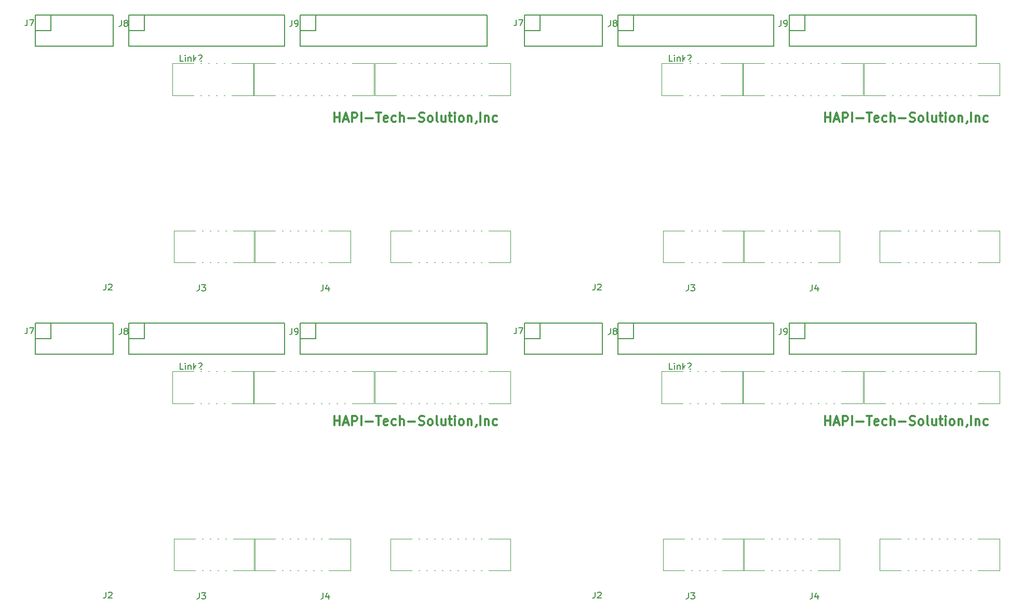
<source format=gto>
G04 #@! TF.FileFunction,Legend,Top*
%FSLAX46Y46*%
G04 Gerber Fmt 4.6, Leading zero omitted, Abs format (unit mm)*
G04 Created by KiCad (PCBNEW (after 2015-mar-04 BZR unknown)-product) date 2015年08月13日木曜日 20:06:45*
%MOMM*%
G01*
G04 APERTURE LIST*
%ADD10C,0.100000*%
%ADD11C,0.300000*%
%ADD12C,0.050000*%
%ADD13C,0.150000*%
%ADD14R,1.050000X2.550000*%
%ADD15R,2.127200X2.127200*%
%ADD16O,2.127200X2.127200*%
G04 APERTURE END LIST*
D10*
D11*
X51555714Y32341429D02*
X51555714Y33841429D01*
X51555714Y33127143D02*
X52412857Y33127143D01*
X52412857Y32341429D02*
X52412857Y33841429D01*
X53055714Y32770000D02*
X53770000Y32770000D01*
X52912857Y32341429D02*
X53412857Y33841429D01*
X53912857Y32341429D01*
X54412857Y32341429D02*
X54412857Y33841429D01*
X54984285Y33841429D01*
X55127143Y33770000D01*
X55198571Y33698571D01*
X55270000Y33555714D01*
X55270000Y33341429D01*
X55198571Y33198571D01*
X55127143Y33127143D01*
X54984285Y33055714D01*
X54412857Y33055714D01*
X55912857Y32341429D02*
X55912857Y33841429D01*
X56627143Y32912857D02*
X57770000Y32912857D01*
X58270000Y33841429D02*
X59127143Y33841429D01*
X58698572Y32341429D02*
X58698572Y33841429D01*
X60198571Y32412857D02*
X60055714Y32341429D01*
X59770000Y32341429D01*
X59627143Y32412857D01*
X59555714Y32555714D01*
X59555714Y33127143D01*
X59627143Y33270000D01*
X59770000Y33341429D01*
X60055714Y33341429D01*
X60198571Y33270000D01*
X60270000Y33127143D01*
X60270000Y32984286D01*
X59555714Y32841429D01*
X61555714Y32412857D02*
X61412857Y32341429D01*
X61127143Y32341429D01*
X60984285Y32412857D01*
X60912857Y32484286D01*
X60841428Y32627143D01*
X60841428Y33055714D01*
X60912857Y33198571D01*
X60984285Y33270000D01*
X61127143Y33341429D01*
X61412857Y33341429D01*
X61555714Y33270000D01*
X62198571Y32341429D02*
X62198571Y33841429D01*
X62841428Y32341429D02*
X62841428Y33127143D01*
X62769999Y33270000D01*
X62627142Y33341429D01*
X62412857Y33341429D01*
X62269999Y33270000D01*
X62198571Y33198571D01*
X63555714Y32912857D02*
X64698571Y32912857D01*
X65341428Y32412857D02*
X65555714Y32341429D01*
X65912857Y32341429D01*
X66055714Y32412857D01*
X66127143Y32484286D01*
X66198571Y32627143D01*
X66198571Y32770000D01*
X66127143Y32912857D01*
X66055714Y32984286D01*
X65912857Y33055714D01*
X65627143Y33127143D01*
X65484285Y33198571D01*
X65412857Y33270000D01*
X65341428Y33412857D01*
X65341428Y33555714D01*
X65412857Y33698571D01*
X65484285Y33770000D01*
X65627143Y33841429D01*
X65984285Y33841429D01*
X66198571Y33770000D01*
X67055714Y32341429D02*
X66912856Y32412857D01*
X66841428Y32484286D01*
X66769999Y32627143D01*
X66769999Y33055714D01*
X66841428Y33198571D01*
X66912856Y33270000D01*
X67055714Y33341429D01*
X67269999Y33341429D01*
X67412856Y33270000D01*
X67484285Y33198571D01*
X67555714Y33055714D01*
X67555714Y32627143D01*
X67484285Y32484286D01*
X67412856Y32412857D01*
X67269999Y32341429D01*
X67055714Y32341429D01*
X68412857Y32341429D02*
X68269999Y32412857D01*
X68198571Y32555714D01*
X68198571Y33841429D01*
X69627142Y33341429D02*
X69627142Y32341429D01*
X68984285Y33341429D02*
X68984285Y32555714D01*
X69055713Y32412857D01*
X69198571Y32341429D01*
X69412856Y32341429D01*
X69555713Y32412857D01*
X69627142Y32484286D01*
X70127142Y33341429D02*
X70698571Y33341429D01*
X70341428Y33841429D02*
X70341428Y32555714D01*
X70412856Y32412857D01*
X70555714Y32341429D01*
X70698571Y32341429D01*
X71198571Y32341429D02*
X71198571Y33341429D01*
X71198571Y33841429D02*
X71127142Y33770000D01*
X71198571Y33698571D01*
X71269999Y33770000D01*
X71198571Y33841429D01*
X71198571Y33698571D01*
X72127143Y32341429D02*
X71984285Y32412857D01*
X71912857Y32484286D01*
X71841428Y32627143D01*
X71841428Y33055714D01*
X71912857Y33198571D01*
X71984285Y33270000D01*
X72127143Y33341429D01*
X72341428Y33341429D01*
X72484285Y33270000D01*
X72555714Y33198571D01*
X72627143Y33055714D01*
X72627143Y32627143D01*
X72555714Y32484286D01*
X72484285Y32412857D01*
X72341428Y32341429D01*
X72127143Y32341429D01*
X73270000Y33341429D02*
X73270000Y32341429D01*
X73270000Y33198571D02*
X73341428Y33270000D01*
X73484286Y33341429D01*
X73698571Y33341429D01*
X73841428Y33270000D01*
X73912857Y33127143D01*
X73912857Y32341429D01*
X74698571Y32412857D02*
X74698571Y32341429D01*
X74627143Y32198571D01*
X74555714Y32127143D01*
X75341429Y32341429D02*
X75341429Y33841429D01*
X76055715Y33341429D02*
X76055715Y32341429D01*
X76055715Y33198571D02*
X76127143Y33270000D01*
X76270001Y33341429D01*
X76484286Y33341429D01*
X76627143Y33270000D01*
X76698572Y33127143D01*
X76698572Y32341429D01*
X78055715Y32412857D02*
X77912858Y32341429D01*
X77627144Y32341429D01*
X77484286Y32412857D01*
X77412858Y32484286D01*
X77341429Y32627143D01*
X77341429Y33055714D01*
X77412858Y33198571D01*
X77484286Y33270000D01*
X77627144Y33341429D01*
X77912858Y33341429D01*
X78055715Y33270000D01*
X131565714Y32341429D02*
X131565714Y33841429D01*
X131565714Y33127143D02*
X132422857Y33127143D01*
X132422857Y32341429D02*
X132422857Y33841429D01*
X133065714Y32770000D02*
X133780000Y32770000D01*
X132922857Y32341429D02*
X133422857Y33841429D01*
X133922857Y32341429D01*
X134422857Y32341429D02*
X134422857Y33841429D01*
X134994285Y33841429D01*
X135137143Y33770000D01*
X135208571Y33698571D01*
X135280000Y33555714D01*
X135280000Y33341429D01*
X135208571Y33198571D01*
X135137143Y33127143D01*
X134994285Y33055714D01*
X134422857Y33055714D01*
X135922857Y32341429D02*
X135922857Y33841429D01*
X136637143Y32912857D02*
X137780000Y32912857D01*
X138280000Y33841429D02*
X139137143Y33841429D01*
X138708572Y32341429D02*
X138708572Y33841429D01*
X140208571Y32412857D02*
X140065714Y32341429D01*
X139780000Y32341429D01*
X139637143Y32412857D01*
X139565714Y32555714D01*
X139565714Y33127143D01*
X139637143Y33270000D01*
X139780000Y33341429D01*
X140065714Y33341429D01*
X140208571Y33270000D01*
X140280000Y33127143D01*
X140280000Y32984286D01*
X139565714Y32841429D01*
X141565714Y32412857D02*
X141422857Y32341429D01*
X141137143Y32341429D01*
X140994285Y32412857D01*
X140922857Y32484286D01*
X140851428Y32627143D01*
X140851428Y33055714D01*
X140922857Y33198571D01*
X140994285Y33270000D01*
X141137143Y33341429D01*
X141422857Y33341429D01*
X141565714Y33270000D01*
X142208571Y32341429D02*
X142208571Y33841429D01*
X142851428Y32341429D02*
X142851428Y33127143D01*
X142779999Y33270000D01*
X142637142Y33341429D01*
X142422857Y33341429D01*
X142279999Y33270000D01*
X142208571Y33198571D01*
X143565714Y32912857D02*
X144708571Y32912857D01*
X145351428Y32412857D02*
X145565714Y32341429D01*
X145922857Y32341429D01*
X146065714Y32412857D01*
X146137143Y32484286D01*
X146208571Y32627143D01*
X146208571Y32770000D01*
X146137143Y32912857D01*
X146065714Y32984286D01*
X145922857Y33055714D01*
X145637143Y33127143D01*
X145494285Y33198571D01*
X145422857Y33270000D01*
X145351428Y33412857D01*
X145351428Y33555714D01*
X145422857Y33698571D01*
X145494285Y33770000D01*
X145637143Y33841429D01*
X145994285Y33841429D01*
X146208571Y33770000D01*
X147065714Y32341429D02*
X146922856Y32412857D01*
X146851428Y32484286D01*
X146779999Y32627143D01*
X146779999Y33055714D01*
X146851428Y33198571D01*
X146922856Y33270000D01*
X147065714Y33341429D01*
X147279999Y33341429D01*
X147422856Y33270000D01*
X147494285Y33198571D01*
X147565714Y33055714D01*
X147565714Y32627143D01*
X147494285Y32484286D01*
X147422856Y32412857D01*
X147279999Y32341429D01*
X147065714Y32341429D01*
X148422857Y32341429D02*
X148279999Y32412857D01*
X148208571Y32555714D01*
X148208571Y33841429D01*
X149637142Y33341429D02*
X149637142Y32341429D01*
X148994285Y33341429D02*
X148994285Y32555714D01*
X149065713Y32412857D01*
X149208571Y32341429D01*
X149422856Y32341429D01*
X149565713Y32412857D01*
X149637142Y32484286D01*
X150137142Y33341429D02*
X150708571Y33341429D01*
X150351428Y33841429D02*
X150351428Y32555714D01*
X150422856Y32412857D01*
X150565714Y32341429D01*
X150708571Y32341429D01*
X151208571Y32341429D02*
X151208571Y33341429D01*
X151208571Y33841429D02*
X151137142Y33770000D01*
X151208571Y33698571D01*
X151279999Y33770000D01*
X151208571Y33841429D01*
X151208571Y33698571D01*
X152137143Y32341429D02*
X151994285Y32412857D01*
X151922857Y32484286D01*
X151851428Y32627143D01*
X151851428Y33055714D01*
X151922857Y33198571D01*
X151994285Y33270000D01*
X152137143Y33341429D01*
X152351428Y33341429D01*
X152494285Y33270000D01*
X152565714Y33198571D01*
X152637143Y33055714D01*
X152637143Y32627143D01*
X152565714Y32484286D01*
X152494285Y32412857D01*
X152351428Y32341429D01*
X152137143Y32341429D01*
X153280000Y33341429D02*
X153280000Y32341429D01*
X153280000Y33198571D02*
X153351428Y33270000D01*
X153494286Y33341429D01*
X153708571Y33341429D01*
X153851428Y33270000D01*
X153922857Y33127143D01*
X153922857Y32341429D01*
X154708571Y32412857D02*
X154708571Y32341429D01*
X154637143Y32198571D01*
X154565714Y32127143D01*
X155351429Y32341429D02*
X155351429Y33841429D01*
X156065715Y33341429D02*
X156065715Y32341429D01*
X156065715Y33198571D02*
X156137143Y33270000D01*
X156280001Y33341429D01*
X156494286Y33341429D01*
X156637143Y33270000D01*
X156708572Y33127143D01*
X156708572Y32341429D01*
X158065715Y32412857D02*
X157922858Y32341429D01*
X157637144Y32341429D01*
X157494286Y32412857D01*
X157422858Y32484286D01*
X157351429Y32627143D01*
X157351429Y33055714D01*
X157422858Y33198571D01*
X157494286Y33270000D01*
X157637144Y33341429D01*
X157922858Y33341429D01*
X158065715Y33270000D01*
X131565714Y81871429D02*
X131565714Y83371429D01*
X131565714Y82657143D02*
X132422857Y82657143D01*
X132422857Y81871429D02*
X132422857Y83371429D01*
X133065714Y82300000D02*
X133780000Y82300000D01*
X132922857Y81871429D02*
X133422857Y83371429D01*
X133922857Y81871429D01*
X134422857Y81871429D02*
X134422857Y83371429D01*
X134994285Y83371429D01*
X135137143Y83300000D01*
X135208571Y83228571D01*
X135280000Y83085714D01*
X135280000Y82871429D01*
X135208571Y82728571D01*
X135137143Y82657143D01*
X134994285Y82585714D01*
X134422857Y82585714D01*
X135922857Y81871429D02*
X135922857Y83371429D01*
X136637143Y82442857D02*
X137780000Y82442857D01*
X138280000Y83371429D02*
X139137143Y83371429D01*
X138708572Y81871429D02*
X138708572Y83371429D01*
X140208571Y81942857D02*
X140065714Y81871429D01*
X139780000Y81871429D01*
X139637143Y81942857D01*
X139565714Y82085714D01*
X139565714Y82657143D01*
X139637143Y82800000D01*
X139780000Y82871429D01*
X140065714Y82871429D01*
X140208571Y82800000D01*
X140280000Y82657143D01*
X140280000Y82514286D01*
X139565714Y82371429D01*
X141565714Y81942857D02*
X141422857Y81871429D01*
X141137143Y81871429D01*
X140994285Y81942857D01*
X140922857Y82014286D01*
X140851428Y82157143D01*
X140851428Y82585714D01*
X140922857Y82728571D01*
X140994285Y82800000D01*
X141137143Y82871429D01*
X141422857Y82871429D01*
X141565714Y82800000D01*
X142208571Y81871429D02*
X142208571Y83371429D01*
X142851428Y81871429D02*
X142851428Y82657143D01*
X142779999Y82800000D01*
X142637142Y82871429D01*
X142422857Y82871429D01*
X142279999Y82800000D01*
X142208571Y82728571D01*
X143565714Y82442857D02*
X144708571Y82442857D01*
X145351428Y81942857D02*
X145565714Y81871429D01*
X145922857Y81871429D01*
X146065714Y81942857D01*
X146137143Y82014286D01*
X146208571Y82157143D01*
X146208571Y82300000D01*
X146137143Y82442857D01*
X146065714Y82514286D01*
X145922857Y82585714D01*
X145637143Y82657143D01*
X145494285Y82728571D01*
X145422857Y82800000D01*
X145351428Y82942857D01*
X145351428Y83085714D01*
X145422857Y83228571D01*
X145494285Y83300000D01*
X145637143Y83371429D01*
X145994285Y83371429D01*
X146208571Y83300000D01*
X147065714Y81871429D02*
X146922856Y81942857D01*
X146851428Y82014286D01*
X146779999Y82157143D01*
X146779999Y82585714D01*
X146851428Y82728571D01*
X146922856Y82800000D01*
X147065714Y82871429D01*
X147279999Y82871429D01*
X147422856Y82800000D01*
X147494285Y82728571D01*
X147565714Y82585714D01*
X147565714Y82157143D01*
X147494285Y82014286D01*
X147422856Y81942857D01*
X147279999Y81871429D01*
X147065714Y81871429D01*
X148422857Y81871429D02*
X148279999Y81942857D01*
X148208571Y82085714D01*
X148208571Y83371429D01*
X149637142Y82871429D02*
X149637142Y81871429D01*
X148994285Y82871429D02*
X148994285Y82085714D01*
X149065713Y81942857D01*
X149208571Y81871429D01*
X149422856Y81871429D01*
X149565713Y81942857D01*
X149637142Y82014286D01*
X150137142Y82871429D02*
X150708571Y82871429D01*
X150351428Y83371429D02*
X150351428Y82085714D01*
X150422856Y81942857D01*
X150565714Y81871429D01*
X150708571Y81871429D01*
X151208571Y81871429D02*
X151208571Y82871429D01*
X151208571Y83371429D02*
X151137142Y83300000D01*
X151208571Y83228571D01*
X151279999Y83300000D01*
X151208571Y83371429D01*
X151208571Y83228571D01*
X152137143Y81871429D02*
X151994285Y81942857D01*
X151922857Y82014286D01*
X151851428Y82157143D01*
X151851428Y82585714D01*
X151922857Y82728571D01*
X151994285Y82800000D01*
X152137143Y82871429D01*
X152351428Y82871429D01*
X152494285Y82800000D01*
X152565714Y82728571D01*
X152637143Y82585714D01*
X152637143Y82157143D01*
X152565714Y82014286D01*
X152494285Y81942857D01*
X152351428Y81871429D01*
X152137143Y81871429D01*
X153280000Y82871429D02*
X153280000Y81871429D01*
X153280000Y82728571D02*
X153351428Y82800000D01*
X153494286Y82871429D01*
X153708571Y82871429D01*
X153851428Y82800000D01*
X153922857Y82657143D01*
X153922857Y81871429D01*
X154708571Y81942857D02*
X154708571Y81871429D01*
X154637143Y81728571D01*
X154565714Y81657143D01*
X155351429Y81871429D02*
X155351429Y83371429D01*
X156065715Y82871429D02*
X156065715Y81871429D01*
X156065715Y82728571D02*
X156137143Y82800000D01*
X156280001Y82871429D01*
X156494286Y82871429D01*
X156637143Y82800000D01*
X156708572Y82657143D01*
X156708572Y81871429D01*
X158065715Y81942857D02*
X157922858Y81871429D01*
X157637144Y81871429D01*
X157494286Y81942857D01*
X157422858Y82014286D01*
X157351429Y82157143D01*
X157351429Y82585714D01*
X157422858Y82728571D01*
X157494286Y82800000D01*
X157637144Y82871429D01*
X157922858Y82871429D01*
X158065715Y82800000D01*
X51555714Y81871429D02*
X51555714Y83371429D01*
X51555714Y82657143D02*
X52412857Y82657143D01*
X52412857Y81871429D02*
X52412857Y83371429D01*
X53055714Y82300000D02*
X53770000Y82300000D01*
X52912857Y81871429D02*
X53412857Y83371429D01*
X53912857Y81871429D01*
X54412857Y81871429D02*
X54412857Y83371429D01*
X54984285Y83371429D01*
X55127143Y83300000D01*
X55198571Y83228571D01*
X55270000Y83085714D01*
X55270000Y82871429D01*
X55198571Y82728571D01*
X55127143Y82657143D01*
X54984285Y82585714D01*
X54412857Y82585714D01*
X55912857Y81871429D02*
X55912857Y83371429D01*
X56627143Y82442857D02*
X57770000Y82442857D01*
X58270000Y83371429D02*
X59127143Y83371429D01*
X58698572Y81871429D02*
X58698572Y83371429D01*
X60198571Y81942857D02*
X60055714Y81871429D01*
X59770000Y81871429D01*
X59627143Y81942857D01*
X59555714Y82085714D01*
X59555714Y82657143D01*
X59627143Y82800000D01*
X59770000Y82871429D01*
X60055714Y82871429D01*
X60198571Y82800000D01*
X60270000Y82657143D01*
X60270000Y82514286D01*
X59555714Y82371429D01*
X61555714Y81942857D02*
X61412857Y81871429D01*
X61127143Y81871429D01*
X60984285Y81942857D01*
X60912857Y82014286D01*
X60841428Y82157143D01*
X60841428Y82585714D01*
X60912857Y82728571D01*
X60984285Y82800000D01*
X61127143Y82871429D01*
X61412857Y82871429D01*
X61555714Y82800000D01*
X62198571Y81871429D02*
X62198571Y83371429D01*
X62841428Y81871429D02*
X62841428Y82657143D01*
X62769999Y82800000D01*
X62627142Y82871429D01*
X62412857Y82871429D01*
X62269999Y82800000D01*
X62198571Y82728571D01*
X63555714Y82442857D02*
X64698571Y82442857D01*
X65341428Y81942857D02*
X65555714Y81871429D01*
X65912857Y81871429D01*
X66055714Y81942857D01*
X66127143Y82014286D01*
X66198571Y82157143D01*
X66198571Y82300000D01*
X66127143Y82442857D01*
X66055714Y82514286D01*
X65912857Y82585714D01*
X65627143Y82657143D01*
X65484285Y82728571D01*
X65412857Y82800000D01*
X65341428Y82942857D01*
X65341428Y83085714D01*
X65412857Y83228571D01*
X65484285Y83300000D01*
X65627143Y83371429D01*
X65984285Y83371429D01*
X66198571Y83300000D01*
X67055714Y81871429D02*
X66912856Y81942857D01*
X66841428Y82014286D01*
X66769999Y82157143D01*
X66769999Y82585714D01*
X66841428Y82728571D01*
X66912856Y82800000D01*
X67055714Y82871429D01*
X67269999Y82871429D01*
X67412856Y82800000D01*
X67484285Y82728571D01*
X67555714Y82585714D01*
X67555714Y82157143D01*
X67484285Y82014286D01*
X67412856Y81942857D01*
X67269999Y81871429D01*
X67055714Y81871429D01*
X68412857Y81871429D02*
X68269999Y81942857D01*
X68198571Y82085714D01*
X68198571Y83371429D01*
X69627142Y82871429D02*
X69627142Y81871429D01*
X68984285Y82871429D02*
X68984285Y82085714D01*
X69055713Y81942857D01*
X69198571Y81871429D01*
X69412856Y81871429D01*
X69555713Y81942857D01*
X69627142Y82014286D01*
X70127142Y82871429D02*
X70698571Y82871429D01*
X70341428Y83371429D02*
X70341428Y82085714D01*
X70412856Y81942857D01*
X70555714Y81871429D01*
X70698571Y81871429D01*
X71198571Y81871429D02*
X71198571Y82871429D01*
X71198571Y83371429D02*
X71127142Y83300000D01*
X71198571Y83228571D01*
X71269999Y83300000D01*
X71198571Y83371429D01*
X71198571Y83228571D01*
X72127143Y81871429D02*
X71984285Y81942857D01*
X71912857Y82014286D01*
X71841428Y82157143D01*
X71841428Y82585714D01*
X71912857Y82728571D01*
X71984285Y82800000D01*
X72127143Y82871429D01*
X72341428Y82871429D01*
X72484285Y82800000D01*
X72555714Y82728571D01*
X72627143Y82585714D01*
X72627143Y82157143D01*
X72555714Y82014286D01*
X72484285Y81942857D01*
X72341428Y81871429D01*
X72127143Y81871429D01*
X73270000Y82871429D02*
X73270000Y81871429D01*
X73270000Y82728571D02*
X73341428Y82800000D01*
X73484286Y82871429D01*
X73698571Y82871429D01*
X73841428Y82800000D01*
X73912857Y82657143D01*
X73912857Y81871429D01*
X74698571Y81942857D02*
X74698571Y81871429D01*
X74627143Y81728571D01*
X74555714Y81657143D01*
X75341429Y81871429D02*
X75341429Y83371429D01*
X76055715Y82871429D02*
X76055715Y81871429D01*
X76055715Y82728571D02*
X76127143Y82800000D01*
X76270001Y82871429D01*
X76484286Y82871429D01*
X76627143Y82800000D01*
X76698572Y82657143D01*
X76698572Y81871429D01*
X78055715Y81942857D02*
X77912858Y81871429D01*
X77627144Y81871429D01*
X77484286Y81942857D01*
X77412858Y82014286D01*
X77341429Y82157143D01*
X77341429Y82585714D01*
X77412858Y82728571D01*
X77484286Y82800000D01*
X77627144Y82871429D01*
X77912858Y82871429D01*
X78055715Y82800000D01*
D12*
X60669400Y11211600D02*
X60669400Y13811600D01*
X60669400Y8611600D02*
X60669400Y11211600D01*
X60665400Y13815100D02*
X76413400Y13815100D01*
X76413400Y8608100D02*
X60665400Y8608100D01*
X80219400Y13811600D02*
X80219400Y8611600D01*
X76413400Y13815100D02*
X80223400Y13815100D01*
X76413400Y8608100D02*
X80223400Y8608100D01*
X80219400Y13811600D02*
X80219400Y8611600D01*
X76413400Y35913100D02*
X80223400Y35913100D01*
X76413400Y41120100D02*
X80223400Y41120100D01*
X80219400Y41116600D02*
X80219400Y35916600D01*
X57994400Y41116600D02*
X57994400Y35916600D01*
X58129400Y38516600D02*
X58129400Y41116600D01*
X58129400Y35916600D02*
X58129400Y38516600D01*
X58125400Y41120100D02*
X73873400Y41120100D01*
X73873400Y35913100D02*
X58125400Y35913100D01*
X73873400Y41120100D02*
X77683400Y41120100D01*
X73873400Y35913100D02*
X77683400Y35913100D01*
X54188400Y35913100D02*
X57998400Y35913100D01*
X54188400Y41120100D02*
X57998400Y41120100D01*
X57994400Y41116600D02*
X57994400Y35916600D01*
X38444400Y11211600D02*
X38444400Y13811600D01*
X38444400Y8611600D02*
X38444400Y11211600D01*
X54184400Y13811600D02*
X54184400Y8611600D01*
X38440400Y13815100D02*
X54188400Y13815100D01*
X54188400Y8608100D02*
X38440400Y8608100D01*
X54188400Y35913100D02*
X38440400Y35913100D01*
X38440400Y41120100D02*
X54188400Y41120100D01*
X38444400Y35916600D02*
X38444400Y38516600D01*
X38444400Y38516600D02*
X38444400Y41116600D01*
X25363400Y8611600D02*
X25363400Y11211600D01*
X38563400Y8611600D02*
X25363400Y8611600D01*
X38563400Y13811600D02*
X38563400Y8611600D01*
X25363400Y13811600D02*
X38563400Y13811600D01*
X25363400Y11211600D02*
X25363400Y13811600D01*
X25109400Y38516600D02*
X25109400Y41116600D01*
X25109400Y41116600D02*
X38309400Y41116600D01*
X38309400Y41116600D02*
X38309400Y35916600D01*
X38309400Y35916600D02*
X25109400Y35916600D01*
X25109400Y35916600D02*
X25109400Y38516600D01*
X140425400Y11211600D02*
X140425400Y13811600D01*
X140425400Y8611600D02*
X140425400Y11211600D01*
X140421400Y13815100D02*
X156169400Y13815100D01*
X156169400Y8608100D02*
X140421400Y8608100D01*
X159975400Y13811600D02*
X159975400Y8611600D01*
X156169400Y13815100D02*
X159979400Y13815100D01*
X156169400Y8608100D02*
X159979400Y8608100D01*
X159975400Y13811600D02*
X159975400Y8611600D01*
X156169400Y35913100D02*
X159979400Y35913100D01*
X156169400Y41120100D02*
X159979400Y41120100D01*
X159975400Y41116600D02*
X159975400Y35916600D01*
X137750400Y41116600D02*
X137750400Y35916600D01*
X137885400Y38516600D02*
X137885400Y41116600D01*
X137885400Y35916600D02*
X137885400Y38516600D01*
X137881400Y41120100D02*
X153629400Y41120100D01*
X153629400Y35913100D02*
X137881400Y35913100D01*
X153629400Y41120100D02*
X157439400Y41120100D01*
X153629400Y35913100D02*
X157439400Y35913100D01*
X133944400Y35913100D02*
X137754400Y35913100D01*
X133944400Y41120100D02*
X137754400Y41120100D01*
X137750400Y41116600D02*
X137750400Y35916600D01*
X118200400Y11211600D02*
X118200400Y13811600D01*
X118200400Y8611600D02*
X118200400Y11211600D01*
X133940400Y13811600D02*
X133940400Y8611600D01*
X118196400Y13815100D02*
X133944400Y13815100D01*
X133944400Y8608100D02*
X118196400Y8608100D01*
X133944400Y35913100D02*
X118196400Y35913100D01*
X118196400Y41120100D02*
X133944400Y41120100D01*
X118200400Y35916600D02*
X118200400Y38516600D01*
X118200400Y38516600D02*
X118200400Y41116600D01*
X105119400Y8611600D02*
X105119400Y11211600D01*
X118319400Y8611600D02*
X105119400Y8611600D01*
X118319400Y13811600D02*
X118319400Y8611600D01*
X105119400Y13811600D02*
X118319400Y13811600D01*
X105119400Y11211600D02*
X105119400Y13811600D01*
X104865400Y38516600D02*
X104865400Y41116600D01*
X104865400Y41116600D02*
X118065400Y41116600D01*
X118065400Y41116600D02*
X118065400Y35916600D01*
X118065400Y35916600D02*
X104865400Y35916600D01*
X104865400Y35916600D02*
X104865400Y38516600D01*
X140425400Y61503600D02*
X140425400Y64103600D01*
X140425400Y58903600D02*
X140425400Y61503600D01*
X140421400Y64107100D02*
X156169400Y64107100D01*
X156169400Y58900100D02*
X140421400Y58900100D01*
X159975400Y64103600D02*
X159975400Y58903600D01*
X156169400Y64107100D02*
X159979400Y64107100D01*
X156169400Y58900100D02*
X159979400Y58900100D01*
X159975400Y64103600D02*
X159975400Y58903600D01*
X156169400Y86205100D02*
X159979400Y86205100D01*
X156169400Y91412100D02*
X159979400Y91412100D01*
X159975400Y91408600D02*
X159975400Y86208600D01*
X137750400Y91408600D02*
X137750400Y86208600D01*
X137885400Y88808600D02*
X137885400Y91408600D01*
X137885400Y86208600D02*
X137885400Y88808600D01*
X137881400Y91412100D02*
X153629400Y91412100D01*
X153629400Y86205100D02*
X137881400Y86205100D01*
X153629400Y91412100D02*
X157439400Y91412100D01*
X153629400Y86205100D02*
X157439400Y86205100D01*
X133944400Y86205100D02*
X137754400Y86205100D01*
X133944400Y91412100D02*
X137754400Y91412100D01*
X137750400Y91408600D02*
X137750400Y86208600D01*
X118200400Y61503600D02*
X118200400Y64103600D01*
X118200400Y58903600D02*
X118200400Y61503600D01*
X133940400Y64103600D02*
X133940400Y58903600D01*
X118196400Y64107100D02*
X133944400Y64107100D01*
X133944400Y58900100D02*
X118196400Y58900100D01*
X133944400Y86205100D02*
X118196400Y86205100D01*
X118196400Y91412100D02*
X133944400Y91412100D01*
X118200400Y86208600D02*
X118200400Y88808600D01*
X118200400Y88808600D02*
X118200400Y91408600D01*
X105119400Y58903600D02*
X105119400Y61503600D01*
X118319400Y58903600D02*
X105119400Y58903600D01*
X118319400Y64103600D02*
X118319400Y58903600D01*
X105119400Y64103600D02*
X118319400Y64103600D01*
X105119400Y61503600D02*
X105119400Y64103600D01*
X104865400Y88808600D02*
X104865400Y91408600D01*
X104865400Y91408600D02*
X118065400Y91408600D01*
X118065400Y91408600D02*
X118065400Y86208600D01*
X118065400Y86208600D02*
X104865400Y86208600D01*
X104865400Y86208600D02*
X104865400Y88808600D01*
X60669400Y61503600D02*
X60669400Y64103600D01*
X60669400Y58903600D02*
X60669400Y61503600D01*
X60665400Y64107100D02*
X76413400Y64107100D01*
X76413400Y58900100D02*
X60665400Y58900100D01*
X80219400Y64103600D02*
X80219400Y58903600D01*
X76413400Y64107100D02*
X80223400Y64107100D01*
X76413400Y58900100D02*
X80223400Y58900100D01*
X80219400Y64103600D02*
X80219400Y58903600D01*
X76413400Y86205100D02*
X80223400Y86205100D01*
X76413400Y91412100D02*
X80223400Y91412100D01*
X80219400Y91408600D02*
X80219400Y86208600D01*
X57994400Y91408600D02*
X57994400Y86208600D01*
X58129400Y88808600D02*
X58129400Y91408600D01*
X58129400Y86208600D02*
X58129400Y88808600D01*
X58125400Y91412100D02*
X73873400Y91412100D01*
X73873400Y86205100D02*
X58125400Y86205100D01*
X73873400Y91412100D02*
X77683400Y91412100D01*
X73873400Y86205100D02*
X77683400Y86205100D01*
X54188400Y86205100D02*
X57998400Y86205100D01*
X54188400Y91412100D02*
X57998400Y91412100D01*
X57994400Y91408600D02*
X57994400Y86208600D01*
X38444400Y61503600D02*
X38444400Y64103600D01*
X38444400Y58903600D02*
X38444400Y61503600D01*
X54184400Y64103600D02*
X54184400Y58903600D01*
X38440400Y64107100D02*
X54188400Y64107100D01*
X54188400Y58900100D02*
X38440400Y58900100D01*
X54188400Y86205100D02*
X38440400Y86205100D01*
X38440400Y91412100D02*
X54188400Y91412100D01*
X38444400Y86208600D02*
X38444400Y88808600D01*
X38444400Y88808600D02*
X38444400Y91408600D01*
X25363400Y58903600D02*
X25363400Y61503600D01*
X38563400Y58903600D02*
X25363400Y58903600D01*
X38563400Y64103600D02*
X38563400Y58903600D01*
X25363400Y64103600D02*
X38563400Y64103600D01*
X25363400Y61503600D02*
X25363400Y64103600D01*
X25109400Y88808600D02*
X25109400Y91408600D01*
X25109400Y91408600D02*
X38309400Y91408600D01*
X38309400Y91408600D02*
X38309400Y86208600D01*
X38309400Y86208600D02*
X25109400Y86208600D01*
X25109400Y86208600D02*
X25109400Y88808600D01*
D13*
X156210400Y43942000D02*
X125730400Y43942000D01*
X128270400Y49022000D02*
X156210400Y49022000D01*
X156210400Y43942000D02*
X156210400Y49022000D01*
X125730400Y43942000D02*
X125730400Y46482000D01*
X125730400Y49022000D02*
X128270400Y49022000D01*
X125730400Y46482000D02*
X128270400Y46482000D01*
X128270400Y46482000D02*
X128270400Y49022000D01*
X125730400Y49022000D02*
X125730400Y46482000D01*
X123190400Y43942000D02*
X97790400Y43942000D01*
X100330400Y49022000D02*
X123190400Y49022000D01*
X123190400Y43942000D02*
X123190400Y49022000D01*
X97790400Y43942000D02*
X97790400Y46482000D01*
X97790400Y49022000D02*
X100330400Y49022000D01*
X97790400Y46482000D02*
X100330400Y46482000D01*
X100330400Y46482000D02*
X100330400Y49022000D01*
X97790400Y49022000D02*
X97790400Y46482000D01*
X82550400Y43942000D02*
X95250400Y43942000D01*
X95250400Y43942000D02*
X95250400Y49022000D01*
X95250400Y49022000D02*
X85090400Y49022000D01*
X82550400Y43942000D02*
X82550400Y46482000D01*
X82550400Y49022000D02*
X85090400Y49022000D01*
X82550400Y46482000D02*
X85090400Y46482000D01*
X85090400Y46482000D02*
X85090400Y49022000D01*
X82550400Y49022000D02*
X82550400Y46482000D01*
X82550400Y94234000D02*
X95250400Y94234000D01*
X95250400Y94234000D02*
X95250400Y99314000D01*
X95250400Y99314000D02*
X85090400Y99314000D01*
X82550400Y94234000D02*
X82550400Y96774000D01*
X82550400Y99314000D02*
X85090400Y99314000D01*
X82550400Y96774000D02*
X85090400Y96774000D01*
X85090400Y96774000D02*
X85090400Y99314000D01*
X82550400Y99314000D02*
X82550400Y96774000D01*
X123190400Y94234000D02*
X97790400Y94234000D01*
X100330400Y99314000D02*
X123190400Y99314000D01*
X123190400Y94234000D02*
X123190400Y99314000D01*
X97790400Y94234000D02*
X97790400Y96774000D01*
X97790400Y99314000D02*
X100330400Y99314000D01*
X97790400Y96774000D02*
X100330400Y96774000D01*
X100330400Y96774000D02*
X100330400Y99314000D01*
X97790400Y99314000D02*
X97790400Y96774000D01*
X156210400Y94234000D02*
X125730400Y94234000D01*
X128270400Y99314000D02*
X156210400Y99314000D01*
X156210400Y94234000D02*
X156210400Y99314000D01*
X125730400Y94234000D02*
X125730400Y96774000D01*
X125730400Y99314000D02*
X128270400Y99314000D01*
X125730400Y96774000D02*
X128270400Y96774000D01*
X128270400Y96774000D02*
X128270400Y99314000D01*
X125730400Y99314000D02*
X125730400Y96774000D01*
X76454400Y94234000D02*
X45974400Y94234000D01*
X48514400Y99314000D02*
X76454400Y99314000D01*
X76454400Y94234000D02*
X76454400Y99314000D01*
X45974400Y94234000D02*
X45974400Y96774000D01*
X45974400Y99314000D02*
X48514400Y99314000D01*
X45974400Y96774000D02*
X48514400Y96774000D01*
X48514400Y96774000D02*
X48514400Y99314000D01*
X45974400Y99314000D02*
X45974400Y96774000D01*
X43434400Y94234000D02*
X18034400Y94234000D01*
X20574400Y99314000D02*
X43434400Y99314000D01*
X43434400Y94234000D02*
X43434400Y99314000D01*
X18034400Y94234000D02*
X18034400Y96774000D01*
X18034400Y99314000D02*
X20574400Y99314000D01*
X18034400Y96774000D02*
X20574400Y96774000D01*
X20574400Y96774000D02*
X20574400Y99314000D01*
X18034400Y99314000D02*
X18034400Y96774000D01*
X2794400Y94234000D02*
X15494400Y94234000D01*
X15494400Y94234000D02*
X15494400Y99314000D01*
X15494400Y99314000D02*
X5334400Y99314000D01*
X2794400Y94234000D02*
X2794400Y96774000D01*
X2794400Y99314000D02*
X5334400Y99314000D01*
X2794400Y96774000D02*
X5334400Y96774000D01*
X5334400Y96774000D02*
X5334400Y99314000D01*
X2794400Y99314000D02*
X2794400Y96774000D01*
X2794400Y43942000D02*
X15494400Y43942000D01*
X15494400Y43942000D02*
X15494400Y49022000D01*
X15494400Y49022000D02*
X5334400Y49022000D01*
X2794400Y43942000D02*
X2794400Y46482000D01*
X2794400Y49022000D02*
X5334400Y49022000D01*
X2794400Y46482000D02*
X5334400Y46482000D01*
X5334400Y46482000D02*
X5334400Y49022000D01*
X2794400Y49022000D02*
X2794400Y46482000D01*
X43434400Y43942000D02*
X18034400Y43942000D01*
X20574400Y49022000D02*
X43434400Y49022000D01*
X43434400Y43942000D02*
X43434400Y49022000D01*
X18034400Y43942000D02*
X18034400Y46482000D01*
X18034400Y49022000D02*
X20574400Y49022000D01*
X18034400Y46482000D02*
X20574400Y46482000D01*
X20574400Y46482000D02*
X20574400Y49022000D01*
X18034400Y49022000D02*
X18034400Y46482000D01*
X76454400Y43942000D02*
X45974400Y43942000D01*
X48514400Y49022000D02*
X76454400Y49022000D01*
X76454400Y43942000D02*
X76454400Y49022000D01*
X45974400Y43942000D02*
X45974400Y46482000D01*
X45974400Y49022000D02*
X48514400Y49022000D01*
X45974400Y46482000D02*
X48514400Y46482000D01*
X48514400Y46482000D02*
X48514400Y49022000D01*
X45974400Y49022000D02*
X45974400Y46482000D01*
X26891496Y41493219D02*
X26415305Y41493219D01*
X26415305Y42493219D01*
X27224829Y41493219D02*
X27224829Y42159886D01*
X27224829Y42493219D02*
X27177210Y42445600D01*
X27224829Y42397981D01*
X27272448Y42445600D01*
X27224829Y42493219D01*
X27224829Y42397981D01*
X27701019Y42159886D02*
X27701019Y41493219D01*
X27701019Y42064648D02*
X27748638Y42112267D01*
X27843876Y42159886D01*
X27986734Y42159886D01*
X28081972Y42112267D01*
X28129591Y42017029D01*
X28129591Y41493219D01*
X28605781Y41493219D02*
X28605781Y42493219D01*
X28701019Y41874171D02*
X28986734Y41493219D01*
X28986734Y42159886D02*
X28605781Y41778933D01*
X29367686Y42397981D02*
X29415305Y42445600D01*
X29510543Y42493219D01*
X29748639Y42493219D01*
X29843877Y42445600D01*
X29891496Y42397981D01*
X29939115Y42302743D01*
X29939115Y42207505D01*
X29891496Y42064648D01*
X29320067Y41493219D01*
X29939115Y41493219D01*
X1444667Y48299619D02*
X1444667Y47585333D01*
X1397047Y47442476D01*
X1301809Y47347238D01*
X1158952Y47299619D01*
X1063714Y47299619D01*
X1825619Y48299619D02*
X2492286Y48299619D01*
X2063714Y47299619D01*
X49704667Y4992619D02*
X49704667Y4278333D01*
X49657047Y4135476D01*
X49561809Y4040238D01*
X49418952Y3992619D01*
X49323714Y3992619D01*
X50609429Y4659286D02*
X50609429Y3992619D01*
X50371333Y5040238D02*
X50133238Y4325952D01*
X50752286Y4325952D01*
X44624667Y48172619D02*
X44624667Y47458333D01*
X44577047Y47315476D01*
X44481809Y47220238D01*
X44338952Y47172619D01*
X44243714Y47172619D01*
X45148476Y47172619D02*
X45338952Y47172619D01*
X45434191Y47220238D01*
X45481810Y47267857D01*
X45577048Y47410714D01*
X45624667Y47601190D01*
X45624667Y47982143D01*
X45577048Y48077381D01*
X45529429Y48125000D01*
X45434191Y48172619D01*
X45243714Y48172619D01*
X45148476Y48125000D01*
X45100857Y48077381D01*
X45053238Y47982143D01*
X45053238Y47744048D01*
X45100857Y47648810D01*
X45148476Y47601190D01*
X45243714Y47553571D01*
X45434191Y47553571D01*
X45529429Y47601190D01*
X45577048Y47648810D01*
X45624667Y47744048D01*
X29511667Y4992619D02*
X29511667Y4278333D01*
X29464047Y4135476D01*
X29368809Y4040238D01*
X29225952Y3992619D01*
X29130714Y3992619D01*
X29892619Y4992619D02*
X30511667Y4992619D01*
X30178333Y4611667D01*
X30321191Y4611667D01*
X30416429Y4564048D01*
X30464048Y4516429D01*
X30511667Y4421190D01*
X30511667Y4183095D01*
X30464048Y4087857D01*
X30416429Y4040238D01*
X30321191Y3992619D01*
X30035476Y3992619D01*
X29940238Y4040238D01*
X29892619Y4087857D01*
X16811667Y48172619D02*
X16811667Y47458333D01*
X16764047Y47315476D01*
X16668809Y47220238D01*
X16525952Y47172619D01*
X16430714Y47172619D01*
X17430714Y47744048D02*
X17335476Y47791667D01*
X17287857Y47839286D01*
X17240238Y47934524D01*
X17240238Y47982143D01*
X17287857Y48077381D01*
X17335476Y48125000D01*
X17430714Y48172619D01*
X17621191Y48172619D01*
X17716429Y48125000D01*
X17764048Y48077381D01*
X17811667Y47982143D01*
X17811667Y47934524D01*
X17764048Y47839286D01*
X17716429Y47791667D01*
X17621191Y47744048D01*
X17430714Y47744048D01*
X17335476Y47696429D01*
X17287857Y47648810D01*
X17240238Y47553571D01*
X17240238Y47363095D01*
X17287857Y47267857D01*
X17335476Y47220238D01*
X17430714Y47172619D01*
X17621191Y47172619D01*
X17716429Y47220238D01*
X17764048Y47267857D01*
X17811667Y47363095D01*
X17811667Y47553571D01*
X17764048Y47648810D01*
X17716429Y47696429D01*
X17621191Y47744048D01*
X14271667Y5119619D02*
X14271667Y4405333D01*
X14224047Y4262476D01*
X14128809Y4167238D01*
X13985952Y4119619D01*
X13890714Y4119619D01*
X14700238Y5024381D02*
X14747857Y5072000D01*
X14843095Y5119619D01*
X15081191Y5119619D01*
X15176429Y5072000D01*
X15224048Y5024381D01*
X15271667Y4929143D01*
X15271667Y4833905D01*
X15224048Y4691048D01*
X14652619Y4119619D01*
X15271667Y4119619D01*
X106647496Y41493219D02*
X106171305Y41493219D01*
X106171305Y42493219D01*
X106980829Y41493219D02*
X106980829Y42159886D01*
X106980829Y42493219D02*
X106933210Y42445600D01*
X106980829Y42397981D01*
X107028448Y42445600D01*
X106980829Y42493219D01*
X106980829Y42397981D01*
X107457019Y42159886D02*
X107457019Y41493219D01*
X107457019Y42064648D02*
X107504638Y42112267D01*
X107599876Y42159886D01*
X107742734Y42159886D01*
X107837972Y42112267D01*
X107885591Y42017029D01*
X107885591Y41493219D01*
X108361781Y41493219D02*
X108361781Y42493219D01*
X108457019Y41874171D02*
X108742734Y41493219D01*
X108742734Y42159886D02*
X108361781Y41778933D01*
X109123686Y42397981D02*
X109171305Y42445600D01*
X109266543Y42493219D01*
X109504639Y42493219D01*
X109599877Y42445600D01*
X109647496Y42397981D01*
X109695115Y42302743D01*
X109695115Y42207505D01*
X109647496Y42064648D01*
X109076067Y41493219D01*
X109695115Y41493219D01*
X81200667Y48299619D02*
X81200667Y47585333D01*
X81153047Y47442476D01*
X81057809Y47347238D01*
X80914952Y47299619D01*
X80819714Y47299619D01*
X81581619Y48299619D02*
X82248286Y48299619D01*
X81819714Y47299619D01*
X129460667Y4992619D02*
X129460667Y4278333D01*
X129413047Y4135476D01*
X129317809Y4040238D01*
X129174952Y3992619D01*
X129079714Y3992619D01*
X130365429Y4659286D02*
X130365429Y3992619D01*
X130127333Y5040238D02*
X129889238Y4325952D01*
X130508286Y4325952D01*
X124380667Y48172619D02*
X124380667Y47458333D01*
X124333047Y47315476D01*
X124237809Y47220238D01*
X124094952Y47172619D01*
X123999714Y47172619D01*
X124904476Y47172619D02*
X125094952Y47172619D01*
X125190191Y47220238D01*
X125237810Y47267857D01*
X125333048Y47410714D01*
X125380667Y47601190D01*
X125380667Y47982143D01*
X125333048Y48077381D01*
X125285429Y48125000D01*
X125190191Y48172619D01*
X124999714Y48172619D01*
X124904476Y48125000D01*
X124856857Y48077381D01*
X124809238Y47982143D01*
X124809238Y47744048D01*
X124856857Y47648810D01*
X124904476Y47601190D01*
X124999714Y47553571D01*
X125190191Y47553571D01*
X125285429Y47601190D01*
X125333048Y47648810D01*
X125380667Y47744048D01*
X109267667Y4992619D02*
X109267667Y4278333D01*
X109220047Y4135476D01*
X109124809Y4040238D01*
X108981952Y3992619D01*
X108886714Y3992619D01*
X109648619Y4992619D02*
X110267667Y4992619D01*
X109934333Y4611667D01*
X110077191Y4611667D01*
X110172429Y4564048D01*
X110220048Y4516429D01*
X110267667Y4421190D01*
X110267667Y4183095D01*
X110220048Y4087857D01*
X110172429Y4040238D01*
X110077191Y3992619D01*
X109791476Y3992619D01*
X109696238Y4040238D01*
X109648619Y4087857D01*
X96567667Y48172619D02*
X96567667Y47458333D01*
X96520047Y47315476D01*
X96424809Y47220238D01*
X96281952Y47172619D01*
X96186714Y47172619D01*
X97186714Y47744048D02*
X97091476Y47791667D01*
X97043857Y47839286D01*
X96996238Y47934524D01*
X96996238Y47982143D01*
X97043857Y48077381D01*
X97091476Y48125000D01*
X97186714Y48172619D01*
X97377191Y48172619D01*
X97472429Y48125000D01*
X97520048Y48077381D01*
X97567667Y47982143D01*
X97567667Y47934524D01*
X97520048Y47839286D01*
X97472429Y47791667D01*
X97377191Y47744048D01*
X97186714Y47744048D01*
X97091476Y47696429D01*
X97043857Y47648810D01*
X96996238Y47553571D01*
X96996238Y47363095D01*
X97043857Y47267857D01*
X97091476Y47220238D01*
X97186714Y47172619D01*
X97377191Y47172619D01*
X97472429Y47220238D01*
X97520048Y47267857D01*
X97567667Y47363095D01*
X97567667Y47553571D01*
X97520048Y47648810D01*
X97472429Y47696429D01*
X97377191Y47744048D01*
X94027667Y5119619D02*
X94027667Y4405333D01*
X93980047Y4262476D01*
X93884809Y4167238D01*
X93741952Y4119619D01*
X93646714Y4119619D01*
X94456238Y5024381D02*
X94503857Y5072000D01*
X94599095Y5119619D01*
X94837191Y5119619D01*
X94932429Y5072000D01*
X94980048Y5024381D01*
X95027667Y4929143D01*
X95027667Y4833905D01*
X94980048Y4691048D01*
X94408619Y4119619D01*
X95027667Y4119619D01*
X106647496Y91785219D02*
X106171305Y91785219D01*
X106171305Y92785219D01*
X106980829Y91785219D02*
X106980829Y92451886D01*
X106980829Y92785219D02*
X106933210Y92737600D01*
X106980829Y92689981D01*
X107028448Y92737600D01*
X106980829Y92785219D01*
X106980829Y92689981D01*
X107457019Y92451886D02*
X107457019Y91785219D01*
X107457019Y92356648D02*
X107504638Y92404267D01*
X107599876Y92451886D01*
X107742734Y92451886D01*
X107837972Y92404267D01*
X107885591Y92309029D01*
X107885591Y91785219D01*
X108361781Y91785219D02*
X108361781Y92785219D01*
X108457019Y92166171D02*
X108742734Y91785219D01*
X108742734Y92451886D02*
X108361781Y92070933D01*
X109123686Y92689981D02*
X109171305Y92737600D01*
X109266543Y92785219D01*
X109504639Y92785219D01*
X109599877Y92737600D01*
X109647496Y92689981D01*
X109695115Y92594743D01*
X109695115Y92499505D01*
X109647496Y92356648D01*
X109076067Y91785219D01*
X109695115Y91785219D01*
X81200667Y98591619D02*
X81200667Y97877333D01*
X81153047Y97734476D01*
X81057809Y97639238D01*
X80914952Y97591619D01*
X80819714Y97591619D01*
X81581619Y98591619D02*
X82248286Y98591619D01*
X81819714Y97591619D01*
X129460667Y55284619D02*
X129460667Y54570333D01*
X129413047Y54427476D01*
X129317809Y54332238D01*
X129174952Y54284619D01*
X129079714Y54284619D01*
X130365429Y54951286D02*
X130365429Y54284619D01*
X130127333Y55332238D02*
X129889238Y54617952D01*
X130508286Y54617952D01*
X124380667Y98464619D02*
X124380667Y97750333D01*
X124333047Y97607476D01*
X124237809Y97512238D01*
X124094952Y97464619D01*
X123999714Y97464619D01*
X124904476Y97464619D02*
X125094952Y97464619D01*
X125190191Y97512238D01*
X125237810Y97559857D01*
X125333048Y97702714D01*
X125380667Y97893190D01*
X125380667Y98274143D01*
X125333048Y98369381D01*
X125285429Y98417000D01*
X125190191Y98464619D01*
X124999714Y98464619D01*
X124904476Y98417000D01*
X124856857Y98369381D01*
X124809238Y98274143D01*
X124809238Y98036048D01*
X124856857Y97940810D01*
X124904476Y97893190D01*
X124999714Y97845571D01*
X125190191Y97845571D01*
X125285429Y97893190D01*
X125333048Y97940810D01*
X125380667Y98036048D01*
X109267667Y55284619D02*
X109267667Y54570333D01*
X109220047Y54427476D01*
X109124809Y54332238D01*
X108981952Y54284619D01*
X108886714Y54284619D01*
X109648619Y55284619D02*
X110267667Y55284619D01*
X109934333Y54903667D01*
X110077191Y54903667D01*
X110172429Y54856048D01*
X110220048Y54808429D01*
X110267667Y54713190D01*
X110267667Y54475095D01*
X110220048Y54379857D01*
X110172429Y54332238D01*
X110077191Y54284619D01*
X109791476Y54284619D01*
X109696238Y54332238D01*
X109648619Y54379857D01*
X96567667Y98464619D02*
X96567667Y97750333D01*
X96520047Y97607476D01*
X96424809Y97512238D01*
X96281952Y97464619D01*
X96186714Y97464619D01*
X97186714Y98036048D02*
X97091476Y98083667D01*
X97043857Y98131286D01*
X96996238Y98226524D01*
X96996238Y98274143D01*
X97043857Y98369381D01*
X97091476Y98417000D01*
X97186714Y98464619D01*
X97377191Y98464619D01*
X97472429Y98417000D01*
X97520048Y98369381D01*
X97567667Y98274143D01*
X97567667Y98226524D01*
X97520048Y98131286D01*
X97472429Y98083667D01*
X97377191Y98036048D01*
X97186714Y98036048D01*
X97091476Y97988429D01*
X97043857Y97940810D01*
X96996238Y97845571D01*
X96996238Y97655095D01*
X97043857Y97559857D01*
X97091476Y97512238D01*
X97186714Y97464619D01*
X97377191Y97464619D01*
X97472429Y97512238D01*
X97520048Y97559857D01*
X97567667Y97655095D01*
X97567667Y97845571D01*
X97520048Y97940810D01*
X97472429Y97988429D01*
X97377191Y98036048D01*
X94027667Y55411619D02*
X94027667Y54697333D01*
X93980047Y54554476D01*
X93884809Y54459238D01*
X93741952Y54411619D01*
X93646714Y54411619D01*
X94456238Y55316381D02*
X94503857Y55364000D01*
X94599095Y55411619D01*
X94837191Y55411619D01*
X94932429Y55364000D01*
X94980048Y55316381D01*
X95027667Y55221143D01*
X95027667Y55125905D01*
X94980048Y54983048D01*
X94408619Y54411619D01*
X95027667Y54411619D01*
X26891496Y91785219D02*
X26415305Y91785219D01*
X26415305Y92785219D01*
X27224829Y91785219D02*
X27224829Y92451886D01*
X27224829Y92785219D02*
X27177210Y92737600D01*
X27224829Y92689981D01*
X27272448Y92737600D01*
X27224829Y92785219D01*
X27224829Y92689981D01*
X27701019Y92451886D02*
X27701019Y91785219D01*
X27701019Y92356648D02*
X27748638Y92404267D01*
X27843876Y92451886D01*
X27986734Y92451886D01*
X28081972Y92404267D01*
X28129591Y92309029D01*
X28129591Y91785219D01*
X28605781Y91785219D02*
X28605781Y92785219D01*
X28701019Y92166171D02*
X28986734Y91785219D01*
X28986734Y92451886D02*
X28605781Y92070933D01*
X29367686Y92689981D02*
X29415305Y92737600D01*
X29510543Y92785219D01*
X29748639Y92785219D01*
X29843877Y92737600D01*
X29891496Y92689981D01*
X29939115Y92594743D01*
X29939115Y92499505D01*
X29891496Y92356648D01*
X29320067Y91785219D01*
X29939115Y91785219D01*
X1444667Y98591619D02*
X1444667Y97877333D01*
X1397047Y97734476D01*
X1301809Y97639238D01*
X1158952Y97591619D01*
X1063714Y97591619D01*
X1825619Y98591619D02*
X2492286Y98591619D01*
X2063714Y97591619D01*
X49704667Y55284619D02*
X49704667Y54570333D01*
X49657047Y54427476D01*
X49561809Y54332238D01*
X49418952Y54284619D01*
X49323714Y54284619D01*
X50609429Y54951286D02*
X50609429Y54284619D01*
X50371333Y55332238D02*
X50133238Y54617952D01*
X50752286Y54617952D01*
X44624667Y98464619D02*
X44624667Y97750333D01*
X44577047Y97607476D01*
X44481809Y97512238D01*
X44338952Y97464619D01*
X44243714Y97464619D01*
X45148476Y97464619D02*
X45338952Y97464619D01*
X45434191Y97512238D01*
X45481810Y97559857D01*
X45577048Y97702714D01*
X45624667Y97893190D01*
X45624667Y98274143D01*
X45577048Y98369381D01*
X45529429Y98417000D01*
X45434191Y98464619D01*
X45243714Y98464619D01*
X45148476Y98417000D01*
X45100857Y98369381D01*
X45053238Y98274143D01*
X45053238Y98036048D01*
X45100857Y97940810D01*
X45148476Y97893190D01*
X45243714Y97845571D01*
X45434191Y97845571D01*
X45529429Y97893190D01*
X45577048Y97940810D01*
X45624667Y98036048D01*
X29511667Y55284619D02*
X29511667Y54570333D01*
X29464047Y54427476D01*
X29368809Y54332238D01*
X29225952Y54284619D01*
X29130714Y54284619D01*
X29892619Y55284619D02*
X30511667Y55284619D01*
X30178333Y54903667D01*
X30321191Y54903667D01*
X30416429Y54856048D01*
X30464048Y54808429D01*
X30511667Y54713190D01*
X30511667Y54475095D01*
X30464048Y54379857D01*
X30416429Y54332238D01*
X30321191Y54284619D01*
X30035476Y54284619D01*
X29940238Y54332238D01*
X29892619Y54379857D01*
X16811667Y98464619D02*
X16811667Y97750333D01*
X16764047Y97607476D01*
X16668809Y97512238D01*
X16525952Y97464619D01*
X16430714Y97464619D01*
X17430714Y98036048D02*
X17335476Y98083667D01*
X17287857Y98131286D01*
X17240238Y98226524D01*
X17240238Y98274143D01*
X17287857Y98369381D01*
X17335476Y98417000D01*
X17430714Y98464619D01*
X17621191Y98464619D01*
X17716429Y98417000D01*
X17764048Y98369381D01*
X17811667Y98274143D01*
X17811667Y98226524D01*
X17764048Y98131286D01*
X17716429Y98083667D01*
X17621191Y98036048D01*
X17430714Y98036048D01*
X17335476Y97988429D01*
X17287857Y97940810D01*
X17240238Y97845571D01*
X17240238Y97655095D01*
X17287857Y97559857D01*
X17335476Y97512238D01*
X17430714Y97464619D01*
X17621191Y97464619D01*
X17716429Y97512238D01*
X17764048Y97559857D01*
X17811667Y97655095D01*
X17811667Y97845571D01*
X17764048Y97940810D01*
X17716429Y97988429D01*
X17621191Y98036048D01*
X14271667Y55411619D02*
X14271667Y54697333D01*
X14224047Y54554476D01*
X14128809Y54459238D01*
X13985952Y54411619D01*
X13890714Y54411619D01*
X14700238Y55316381D02*
X14747857Y55364000D01*
X14843095Y55411619D01*
X15081191Y55411619D01*
X15176429Y55364000D01*
X15224048Y55316381D01*
X15271667Y55221143D01*
X15271667Y55125905D01*
X15224048Y54983048D01*
X14652619Y54411619D01*
X15271667Y54411619D01*
%LPC*%
D14*
X64729400Y13116600D03*
X64729400Y9306600D03*
X65999400Y13116600D03*
X65999400Y9306600D03*
X67269400Y13116600D03*
X67269400Y9306600D03*
X68539400Y13116600D03*
X68539400Y9306600D03*
X69809400Y13116600D03*
X69809400Y9306600D03*
X72349400Y9306600D03*
X72349400Y13116600D03*
X71079400Y9306600D03*
X71079400Y13116600D03*
X74889400Y13116600D03*
X74889400Y9306600D03*
X76159400Y13116600D03*
X76159400Y9306600D03*
X73619400Y9306600D03*
X73619400Y13116600D03*
X76159400Y36611600D03*
X76159400Y40421600D03*
X74889400Y36611600D03*
X74889400Y40421600D03*
X62189400Y40421600D03*
X62189400Y36611600D03*
X63459400Y40421600D03*
X63459400Y36611600D03*
X64729400Y40421600D03*
X64729400Y36611600D03*
X65999400Y40421600D03*
X65999400Y36611600D03*
X67269400Y40421600D03*
X67269400Y36611600D03*
X69809400Y36611600D03*
X69809400Y40421600D03*
X68539400Y36611600D03*
X68539400Y40421600D03*
X72349400Y40421600D03*
X72349400Y36611600D03*
X73619400Y40421600D03*
X73619400Y36611600D03*
X71079400Y36611600D03*
X71079400Y40421600D03*
X51394400Y40421600D03*
X51394400Y36611600D03*
X53934400Y36611600D03*
X53934400Y40421600D03*
X52664400Y36611600D03*
X52664400Y40421600D03*
X42504400Y13116600D03*
X42504400Y9306600D03*
X43774400Y13116600D03*
X43774400Y9306600D03*
X45044400Y13116600D03*
X45044400Y9306600D03*
X46314400Y13116600D03*
X46314400Y9306600D03*
X47584400Y13116600D03*
X47584400Y9306600D03*
X50124400Y9306600D03*
X50124400Y13116600D03*
X48854400Y9306600D03*
X48854400Y13116600D03*
X48854400Y40421600D03*
X48854400Y36611600D03*
X50124400Y40421600D03*
X50124400Y36611600D03*
X47584400Y36611600D03*
X47584400Y40421600D03*
X46314400Y36611600D03*
X46314400Y40421600D03*
X45044400Y36611600D03*
X45044400Y40421600D03*
X43774400Y36611600D03*
X43774400Y40421600D03*
X42504400Y36611600D03*
X42504400Y40421600D03*
X34503400Y9306600D03*
X34503400Y13116600D03*
X33233400Y9306600D03*
X33233400Y13116600D03*
X31963400Y9306600D03*
X31963400Y13116600D03*
X30693400Y9306600D03*
X30693400Y13116600D03*
X29423400Y9306600D03*
X29423400Y13116600D03*
X29169400Y40421600D03*
X29169400Y36611600D03*
X30439400Y40421600D03*
X30439400Y36611600D03*
X31709400Y40421600D03*
X31709400Y36611600D03*
X32979400Y40421600D03*
X32979400Y36611600D03*
X34249400Y40421600D03*
X34249400Y36611600D03*
X144485400Y13116600D03*
X144485400Y9306600D03*
X145755400Y13116600D03*
X145755400Y9306600D03*
X147025400Y13116600D03*
X147025400Y9306600D03*
X148295400Y13116600D03*
X148295400Y9306600D03*
X149565400Y13116600D03*
X149565400Y9306600D03*
X152105400Y9306600D03*
X152105400Y13116600D03*
X150835400Y9306600D03*
X150835400Y13116600D03*
X154645400Y13116600D03*
X154645400Y9306600D03*
X155915400Y13116600D03*
X155915400Y9306600D03*
X153375400Y9306600D03*
X153375400Y13116600D03*
X155915400Y36611600D03*
X155915400Y40421600D03*
X154645400Y36611600D03*
X154645400Y40421600D03*
X141945400Y40421600D03*
X141945400Y36611600D03*
X143215400Y40421600D03*
X143215400Y36611600D03*
X144485400Y40421600D03*
X144485400Y36611600D03*
X145755400Y40421600D03*
X145755400Y36611600D03*
X147025400Y40421600D03*
X147025400Y36611600D03*
X149565400Y36611600D03*
X149565400Y40421600D03*
X148295400Y36611600D03*
X148295400Y40421600D03*
X152105400Y40421600D03*
X152105400Y36611600D03*
X153375400Y40421600D03*
X153375400Y36611600D03*
X150835400Y36611600D03*
X150835400Y40421600D03*
X131150400Y40421600D03*
X131150400Y36611600D03*
X133690400Y36611600D03*
X133690400Y40421600D03*
X132420400Y36611600D03*
X132420400Y40421600D03*
X122260400Y13116600D03*
X122260400Y9306600D03*
X123530400Y13116600D03*
X123530400Y9306600D03*
X124800400Y13116600D03*
X124800400Y9306600D03*
X126070400Y13116600D03*
X126070400Y9306600D03*
X127340400Y13116600D03*
X127340400Y9306600D03*
X129880400Y9306600D03*
X129880400Y13116600D03*
X128610400Y9306600D03*
X128610400Y13116600D03*
X128610400Y40421600D03*
X128610400Y36611600D03*
X129880400Y40421600D03*
X129880400Y36611600D03*
X127340400Y36611600D03*
X127340400Y40421600D03*
X126070400Y36611600D03*
X126070400Y40421600D03*
X124800400Y36611600D03*
X124800400Y40421600D03*
X123530400Y36611600D03*
X123530400Y40421600D03*
X122260400Y36611600D03*
X122260400Y40421600D03*
X114259400Y9306600D03*
X114259400Y13116600D03*
X112989400Y9306600D03*
X112989400Y13116600D03*
X111719400Y9306600D03*
X111719400Y13116600D03*
X110449400Y9306600D03*
X110449400Y13116600D03*
X109179400Y9306600D03*
X109179400Y13116600D03*
X108925400Y40421600D03*
X108925400Y36611600D03*
X110195400Y40421600D03*
X110195400Y36611600D03*
X111465400Y40421600D03*
X111465400Y36611600D03*
X112735400Y40421600D03*
X112735400Y36611600D03*
X114005400Y40421600D03*
X114005400Y36611600D03*
X144485400Y63408600D03*
X144485400Y59598600D03*
X145755400Y63408600D03*
X145755400Y59598600D03*
X147025400Y63408600D03*
X147025400Y59598600D03*
X148295400Y63408600D03*
X148295400Y59598600D03*
X149565400Y63408600D03*
X149565400Y59598600D03*
X152105400Y59598600D03*
X152105400Y63408600D03*
X150835400Y59598600D03*
X150835400Y63408600D03*
X154645400Y63408600D03*
X154645400Y59598600D03*
X155915400Y63408600D03*
X155915400Y59598600D03*
X153375400Y59598600D03*
X153375400Y63408600D03*
X155915400Y86903600D03*
X155915400Y90713600D03*
X154645400Y86903600D03*
X154645400Y90713600D03*
X141945400Y90713600D03*
X141945400Y86903600D03*
X143215400Y90713600D03*
X143215400Y86903600D03*
X144485400Y90713600D03*
X144485400Y86903600D03*
X145755400Y90713600D03*
X145755400Y86903600D03*
X147025400Y90713600D03*
X147025400Y86903600D03*
X149565400Y86903600D03*
X149565400Y90713600D03*
X148295400Y86903600D03*
X148295400Y90713600D03*
X152105400Y90713600D03*
X152105400Y86903600D03*
X153375400Y90713600D03*
X153375400Y86903600D03*
X150835400Y86903600D03*
X150835400Y90713600D03*
X131150400Y90713600D03*
X131150400Y86903600D03*
X133690400Y86903600D03*
X133690400Y90713600D03*
X132420400Y86903600D03*
X132420400Y90713600D03*
X122260400Y63408600D03*
X122260400Y59598600D03*
X123530400Y63408600D03*
X123530400Y59598600D03*
X124800400Y63408600D03*
X124800400Y59598600D03*
X126070400Y63408600D03*
X126070400Y59598600D03*
X127340400Y63408600D03*
X127340400Y59598600D03*
X129880400Y59598600D03*
X129880400Y63408600D03*
X128610400Y59598600D03*
X128610400Y63408600D03*
X128610400Y90713600D03*
X128610400Y86903600D03*
X129880400Y90713600D03*
X129880400Y86903600D03*
X127340400Y86903600D03*
X127340400Y90713600D03*
X126070400Y86903600D03*
X126070400Y90713600D03*
X124800400Y86903600D03*
X124800400Y90713600D03*
X123530400Y86903600D03*
X123530400Y90713600D03*
X122260400Y86903600D03*
X122260400Y90713600D03*
X114259400Y59598600D03*
X114259400Y63408600D03*
X112989400Y59598600D03*
X112989400Y63408600D03*
X111719400Y59598600D03*
X111719400Y63408600D03*
X110449400Y59598600D03*
X110449400Y63408600D03*
X109179400Y59598600D03*
X109179400Y63408600D03*
X108925400Y90713600D03*
X108925400Y86903600D03*
X110195400Y90713600D03*
X110195400Y86903600D03*
X111465400Y90713600D03*
X111465400Y86903600D03*
X112735400Y90713600D03*
X112735400Y86903600D03*
X114005400Y90713600D03*
X114005400Y86903600D03*
X64729400Y63408600D03*
X64729400Y59598600D03*
X65999400Y63408600D03*
X65999400Y59598600D03*
X67269400Y63408600D03*
X67269400Y59598600D03*
X68539400Y63408600D03*
X68539400Y59598600D03*
X69809400Y63408600D03*
X69809400Y59598600D03*
X72349400Y59598600D03*
X72349400Y63408600D03*
X71079400Y59598600D03*
X71079400Y63408600D03*
X74889400Y63408600D03*
X74889400Y59598600D03*
X76159400Y63408600D03*
X76159400Y59598600D03*
X73619400Y59598600D03*
X73619400Y63408600D03*
X76159400Y86903600D03*
X76159400Y90713600D03*
X74889400Y86903600D03*
X74889400Y90713600D03*
X62189400Y90713600D03*
X62189400Y86903600D03*
X63459400Y90713600D03*
X63459400Y86903600D03*
X64729400Y90713600D03*
X64729400Y86903600D03*
X65999400Y90713600D03*
X65999400Y86903600D03*
X67269400Y90713600D03*
X67269400Y86903600D03*
X69809400Y86903600D03*
X69809400Y90713600D03*
X68539400Y86903600D03*
X68539400Y90713600D03*
X72349400Y90713600D03*
X72349400Y86903600D03*
X73619400Y90713600D03*
X73619400Y86903600D03*
X71079400Y86903600D03*
X71079400Y90713600D03*
X51394400Y90713600D03*
X51394400Y86903600D03*
X53934400Y86903600D03*
X53934400Y90713600D03*
X52664400Y86903600D03*
X52664400Y90713600D03*
X42504400Y63408600D03*
X42504400Y59598600D03*
X43774400Y63408600D03*
X43774400Y59598600D03*
X45044400Y63408600D03*
X45044400Y59598600D03*
X46314400Y63408600D03*
X46314400Y59598600D03*
X47584400Y63408600D03*
X47584400Y59598600D03*
X50124400Y59598600D03*
X50124400Y63408600D03*
X48854400Y59598600D03*
X48854400Y63408600D03*
X48854400Y90713600D03*
X48854400Y86903600D03*
X50124400Y90713600D03*
X50124400Y86903600D03*
X47584400Y86903600D03*
X47584400Y90713600D03*
X46314400Y86903600D03*
X46314400Y90713600D03*
X45044400Y86903600D03*
X45044400Y90713600D03*
X43774400Y86903600D03*
X43774400Y90713600D03*
X42504400Y86903600D03*
X42504400Y90713600D03*
X34503400Y59598600D03*
X34503400Y63408600D03*
X33233400Y59598600D03*
X33233400Y63408600D03*
X31963400Y59598600D03*
X31963400Y63408600D03*
X30693400Y59598600D03*
X30693400Y63408600D03*
X29423400Y59598600D03*
X29423400Y63408600D03*
X29169400Y90713600D03*
X29169400Y86903600D03*
X30439400Y90713600D03*
X30439400Y86903600D03*
X31709400Y90713600D03*
X31709400Y86903600D03*
X32979400Y90713600D03*
X32979400Y86903600D03*
X34249400Y90713600D03*
X34249400Y86903600D03*
D15*
X127000400Y47752000D03*
D16*
X127000400Y45212000D03*
X129540400Y47752000D03*
X129540400Y45212000D03*
X132080400Y47752000D03*
X132080400Y45212000D03*
X134620400Y47752000D03*
X134620400Y45212000D03*
X137160400Y47752000D03*
X137160400Y45212000D03*
X139700400Y47752000D03*
X139700400Y45212000D03*
X142240400Y47752000D03*
X142240400Y45212000D03*
X144780400Y47752000D03*
X144780400Y45212000D03*
X147320400Y47752000D03*
X147320400Y45212000D03*
X149860400Y47752000D03*
X149860400Y45212000D03*
X152400400Y47752000D03*
X152400400Y45212000D03*
X154940400Y47752000D03*
X154940400Y45212000D03*
D15*
X99060400Y47752000D03*
D16*
X99060400Y45212000D03*
X101600400Y47752000D03*
X101600400Y45212000D03*
X104140400Y47752000D03*
X104140400Y45212000D03*
X106680400Y47752000D03*
X106680400Y45212000D03*
X109220400Y47752000D03*
X109220400Y45212000D03*
X111760400Y47752000D03*
X111760400Y45212000D03*
X114300400Y47752000D03*
X114300400Y45212000D03*
X116840400Y47752000D03*
X116840400Y45212000D03*
X119380400Y47752000D03*
X119380400Y45212000D03*
X121920400Y47752000D03*
X121920400Y45212000D03*
D15*
X132080000Y2032000D03*
D16*
X132080000Y4572000D03*
X134620000Y2032000D03*
X134620000Y4572000D03*
X137160000Y2032000D03*
X137160000Y4572000D03*
X139700000Y2032000D03*
X139700000Y4572000D03*
X142240000Y2032000D03*
X142240000Y4572000D03*
X144780000Y2032000D03*
X144780000Y4572000D03*
X147320000Y2032000D03*
X147320000Y4572000D03*
X149860000Y2032000D03*
X149860000Y4572000D03*
X152400000Y2032000D03*
X152400000Y4572000D03*
X154940000Y2032000D03*
X154940000Y4572000D03*
D15*
X111760400Y2032200D03*
D16*
X111760400Y4572200D03*
X114300400Y2032200D03*
X114300400Y4572200D03*
X116840400Y2032200D03*
X116840400Y4572200D03*
X119380400Y2032200D03*
X119380400Y4572200D03*
X121920400Y2032200D03*
X121920400Y4572200D03*
X124460400Y2032200D03*
X124460400Y4572200D03*
X127000400Y2032200D03*
X127000400Y4572200D03*
D15*
X96520400Y2032200D03*
D16*
X96520400Y4572200D03*
X99060400Y2032200D03*
X99060400Y4572200D03*
X101600400Y2032200D03*
X101600400Y4572200D03*
X104140400Y2032200D03*
X104140400Y4572200D03*
X106680400Y2032200D03*
X106680400Y4572200D03*
D15*
X83820400Y47752000D03*
D16*
X83820400Y45212000D03*
X86360400Y47752000D03*
X86360400Y45212000D03*
X88900400Y47752000D03*
X88900400Y45212000D03*
X91440400Y47752000D03*
X91440400Y45212000D03*
X93980400Y47752000D03*
X93980400Y45212000D03*
D15*
X83820400Y98044000D03*
D16*
X83820400Y95504000D03*
X86360400Y98044000D03*
X86360400Y95504000D03*
X88900400Y98044000D03*
X88900400Y95504000D03*
X91440400Y98044000D03*
X91440400Y95504000D03*
X93980400Y98044000D03*
X93980400Y95504000D03*
D15*
X96520400Y52324200D03*
D16*
X96520400Y54864200D03*
X99060400Y52324200D03*
X99060400Y54864200D03*
X101600400Y52324200D03*
X101600400Y54864200D03*
X104140400Y52324200D03*
X104140400Y54864200D03*
X106680400Y52324200D03*
X106680400Y54864200D03*
D15*
X111760400Y52324200D03*
D16*
X111760400Y54864200D03*
X114300400Y52324200D03*
X114300400Y54864200D03*
X116840400Y52324200D03*
X116840400Y54864200D03*
X119380400Y52324200D03*
X119380400Y54864200D03*
X121920400Y52324200D03*
X121920400Y54864200D03*
X124460400Y52324200D03*
X124460400Y54864200D03*
X127000400Y52324200D03*
X127000400Y54864200D03*
D15*
X132080000Y52324000D03*
D16*
X132080000Y54864000D03*
X134620000Y52324000D03*
X134620000Y54864000D03*
X137160000Y52324000D03*
X137160000Y54864000D03*
X139700000Y52324000D03*
X139700000Y54864000D03*
X142240000Y52324000D03*
X142240000Y54864000D03*
X144780000Y52324000D03*
X144780000Y54864000D03*
X147320000Y52324000D03*
X147320000Y54864000D03*
X149860000Y52324000D03*
X149860000Y54864000D03*
X152400000Y52324000D03*
X152400000Y54864000D03*
X154940000Y52324000D03*
X154940000Y54864000D03*
D15*
X99060400Y98044000D03*
D16*
X99060400Y95504000D03*
X101600400Y98044000D03*
X101600400Y95504000D03*
X104140400Y98044000D03*
X104140400Y95504000D03*
X106680400Y98044000D03*
X106680400Y95504000D03*
X109220400Y98044000D03*
X109220400Y95504000D03*
X111760400Y98044000D03*
X111760400Y95504000D03*
X114300400Y98044000D03*
X114300400Y95504000D03*
X116840400Y98044000D03*
X116840400Y95504000D03*
X119380400Y98044000D03*
X119380400Y95504000D03*
X121920400Y98044000D03*
X121920400Y95504000D03*
D15*
X127000400Y98044000D03*
D16*
X127000400Y95504000D03*
X129540400Y98044000D03*
X129540400Y95504000D03*
X132080400Y98044000D03*
X132080400Y95504000D03*
X134620400Y98044000D03*
X134620400Y95504000D03*
X137160400Y98044000D03*
X137160400Y95504000D03*
X139700400Y98044000D03*
X139700400Y95504000D03*
X142240400Y98044000D03*
X142240400Y95504000D03*
X144780400Y98044000D03*
X144780400Y95504000D03*
X147320400Y98044000D03*
X147320400Y95504000D03*
X149860400Y98044000D03*
X149860400Y95504000D03*
X152400400Y98044000D03*
X152400400Y95504000D03*
X154940400Y98044000D03*
X154940400Y95504000D03*
D15*
X47244400Y98044000D03*
D16*
X47244400Y95504000D03*
X49784400Y98044000D03*
X49784400Y95504000D03*
X52324400Y98044000D03*
X52324400Y95504000D03*
X54864400Y98044000D03*
X54864400Y95504000D03*
X57404400Y98044000D03*
X57404400Y95504000D03*
X59944400Y98044000D03*
X59944400Y95504000D03*
X62484400Y98044000D03*
X62484400Y95504000D03*
X65024400Y98044000D03*
X65024400Y95504000D03*
X67564400Y98044000D03*
X67564400Y95504000D03*
X70104400Y98044000D03*
X70104400Y95504000D03*
X72644400Y98044000D03*
X72644400Y95504000D03*
X75184400Y98044000D03*
X75184400Y95504000D03*
D15*
X19304400Y98044000D03*
D16*
X19304400Y95504000D03*
X21844400Y98044000D03*
X21844400Y95504000D03*
X24384400Y98044000D03*
X24384400Y95504000D03*
X26924400Y98044000D03*
X26924400Y95504000D03*
X29464400Y98044000D03*
X29464400Y95504000D03*
X32004400Y98044000D03*
X32004400Y95504000D03*
X34544400Y98044000D03*
X34544400Y95504000D03*
X37084400Y98044000D03*
X37084400Y95504000D03*
X39624400Y98044000D03*
X39624400Y95504000D03*
X42164400Y98044000D03*
X42164400Y95504000D03*
D15*
X52324000Y52324000D03*
D16*
X52324000Y54864000D03*
X54864000Y52324000D03*
X54864000Y54864000D03*
X57404000Y52324000D03*
X57404000Y54864000D03*
X59944000Y52324000D03*
X59944000Y54864000D03*
X62484000Y52324000D03*
X62484000Y54864000D03*
X65024000Y52324000D03*
X65024000Y54864000D03*
X67564000Y52324000D03*
X67564000Y54864000D03*
X70104000Y52324000D03*
X70104000Y54864000D03*
X72644000Y52324000D03*
X72644000Y54864000D03*
X75184000Y52324000D03*
X75184000Y54864000D03*
D15*
X32004400Y52324200D03*
D16*
X32004400Y54864200D03*
X34544400Y52324200D03*
X34544400Y54864200D03*
X37084400Y52324200D03*
X37084400Y54864200D03*
X39624400Y52324200D03*
X39624400Y54864200D03*
X42164400Y52324200D03*
X42164400Y54864200D03*
X44704400Y52324200D03*
X44704400Y54864200D03*
X47244400Y52324200D03*
X47244400Y54864200D03*
D15*
X16764400Y52324200D03*
D16*
X16764400Y54864200D03*
X19304400Y52324200D03*
X19304400Y54864200D03*
X21844400Y52324200D03*
X21844400Y54864200D03*
X24384400Y52324200D03*
X24384400Y54864200D03*
X26924400Y52324200D03*
X26924400Y54864200D03*
D15*
X4064400Y98044000D03*
D16*
X4064400Y95504000D03*
X6604400Y98044000D03*
X6604400Y95504000D03*
X9144400Y98044000D03*
X9144400Y95504000D03*
X11684400Y98044000D03*
X11684400Y95504000D03*
X14224400Y98044000D03*
X14224400Y95504000D03*
D15*
X4064400Y47752000D03*
D16*
X4064400Y45212000D03*
X6604400Y47752000D03*
X6604400Y45212000D03*
X9144400Y47752000D03*
X9144400Y45212000D03*
X11684400Y47752000D03*
X11684400Y45212000D03*
X14224400Y47752000D03*
X14224400Y45212000D03*
D15*
X16764400Y2032200D03*
D16*
X16764400Y4572200D03*
X19304400Y2032200D03*
X19304400Y4572200D03*
X21844400Y2032200D03*
X21844400Y4572200D03*
X24384400Y2032200D03*
X24384400Y4572200D03*
X26924400Y2032200D03*
X26924400Y4572200D03*
D15*
X32004400Y2032200D03*
D16*
X32004400Y4572200D03*
X34544400Y2032200D03*
X34544400Y4572200D03*
X37084400Y2032200D03*
X37084400Y4572200D03*
X39624400Y2032200D03*
X39624400Y4572200D03*
X42164400Y2032200D03*
X42164400Y4572200D03*
X44704400Y2032200D03*
X44704400Y4572200D03*
X47244400Y2032200D03*
X47244400Y4572200D03*
D15*
X52324000Y2032000D03*
D16*
X52324000Y4572000D03*
X54864000Y2032000D03*
X54864000Y4572000D03*
X57404000Y2032000D03*
X57404000Y4572000D03*
X59944000Y2032000D03*
X59944000Y4572000D03*
X62484000Y2032000D03*
X62484000Y4572000D03*
X65024000Y2032000D03*
X65024000Y4572000D03*
X67564000Y2032000D03*
X67564000Y4572000D03*
X70104000Y2032000D03*
X70104000Y4572000D03*
X72644000Y2032000D03*
X72644000Y4572000D03*
X75184000Y2032000D03*
X75184000Y4572000D03*
D15*
X19304400Y47752000D03*
D16*
X19304400Y45212000D03*
X21844400Y47752000D03*
X21844400Y45212000D03*
X24384400Y47752000D03*
X24384400Y45212000D03*
X26924400Y47752000D03*
X26924400Y45212000D03*
X29464400Y47752000D03*
X29464400Y45212000D03*
X32004400Y47752000D03*
X32004400Y45212000D03*
X34544400Y47752000D03*
X34544400Y45212000D03*
X37084400Y47752000D03*
X37084400Y45212000D03*
X39624400Y47752000D03*
X39624400Y45212000D03*
X42164400Y47752000D03*
X42164400Y45212000D03*
D15*
X47244400Y47752000D03*
D16*
X47244400Y45212000D03*
X49784400Y47752000D03*
X49784400Y45212000D03*
X52324400Y47752000D03*
X52324400Y45212000D03*
X54864400Y47752000D03*
X54864400Y45212000D03*
X57404400Y47752000D03*
X57404400Y45212000D03*
X59944400Y47752000D03*
X59944400Y45212000D03*
X62484400Y47752000D03*
X62484400Y45212000D03*
X65024400Y47752000D03*
X65024400Y45212000D03*
X67564400Y47752000D03*
X67564400Y45212000D03*
X70104400Y47752000D03*
X70104400Y45212000D03*
X72644400Y47752000D03*
X72644400Y45212000D03*
X75184400Y47752000D03*
X75184400Y45212000D03*
M02*

</source>
